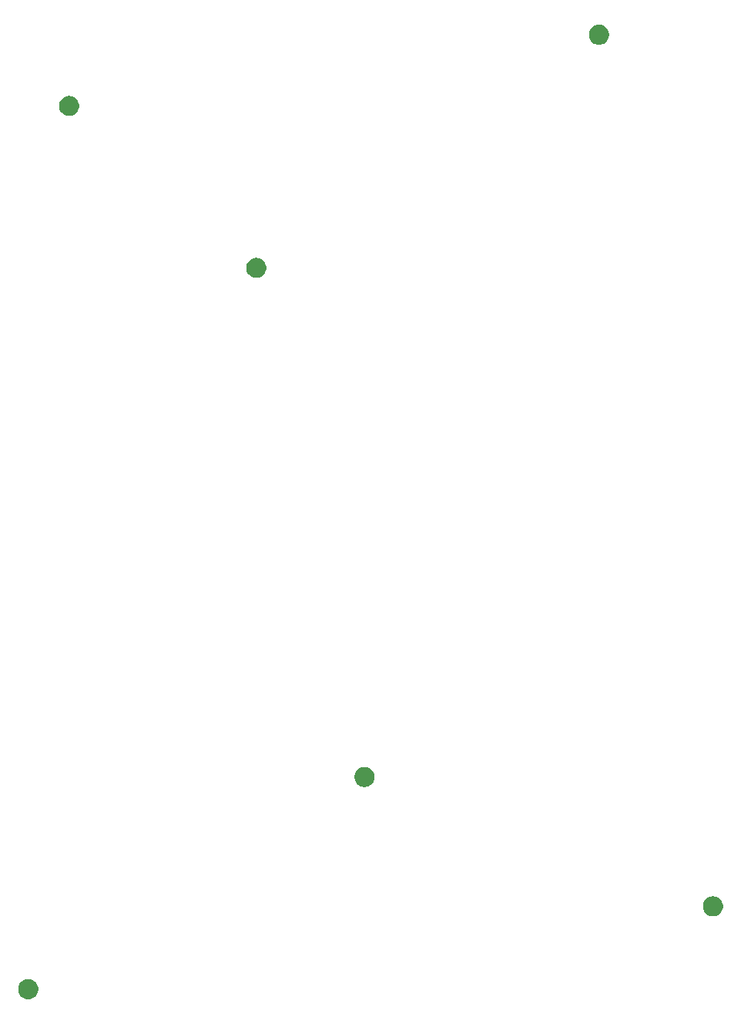
<source format=gts>
G04 #@! TF.GenerationSoftware,KiCad,Pcbnew,(5.1.5-0-10_14)*
G04 #@! TF.CreationDate,2020-05-14T05:38:48+09:00*
G04 #@! TF.ProjectId,N-key-v02,4e2d6b65-792d-4763-9032-2e6b69636164,rev?*
G04 #@! TF.SameCoordinates,Original*
G04 #@! TF.FileFunction,Soldermask,Top*
G04 #@! TF.FilePolarity,Negative*
%FSLAX46Y46*%
G04 Gerber Fmt 4.6, Leading zero omitted, Abs format (unit mm)*
G04 Created by KiCad (PCBNEW (5.1.5-0-10_14)) date 2020-05-14 05:38:48*
%MOMM*%
%LPD*%
G04 APERTURE LIST*
%ADD10C,0.100000*%
G04 APERTURE END LIST*
D10*
G36*
X93704795Y-155080156D02*
G01*
X93811150Y-155101311D01*
X94011520Y-155184307D01*
X94191844Y-155304795D01*
X94345205Y-155458156D01*
X94465693Y-155638480D01*
X94548689Y-155838851D01*
X94591000Y-156051560D01*
X94591000Y-156268440D01*
X94548689Y-156481149D01*
X94465693Y-156681520D01*
X94345205Y-156861844D01*
X94191844Y-157015205D01*
X94011520Y-157135693D01*
X93911334Y-157177191D01*
X93811150Y-157218689D01*
X93704794Y-157239845D01*
X93598440Y-157261000D01*
X93381560Y-157261000D01*
X93275206Y-157239845D01*
X93168850Y-157218689D01*
X93068666Y-157177191D01*
X92968480Y-157135693D01*
X92788156Y-157015205D01*
X92634795Y-156861844D01*
X92514307Y-156681520D01*
X92431311Y-156481149D01*
X92389000Y-156268440D01*
X92389000Y-156051560D01*
X92431311Y-155838851D01*
X92514307Y-155638480D01*
X92634795Y-155458156D01*
X92788156Y-155304795D01*
X92968480Y-155184307D01*
X93168850Y-155101311D01*
X93275205Y-155080156D01*
X93381560Y-155059000D01*
X93598440Y-155059000D01*
X93704795Y-155080156D01*
G37*
G36*
X168974794Y-145980155D02*
G01*
X169081150Y-146001311D01*
X169181334Y-146042809D01*
X169281520Y-146084307D01*
X169461844Y-146204795D01*
X169615205Y-146358156D01*
X169735693Y-146538480D01*
X169818689Y-146738851D01*
X169861000Y-146951560D01*
X169861000Y-147168440D01*
X169818689Y-147381149D01*
X169735693Y-147581520D01*
X169615205Y-147761844D01*
X169461844Y-147915205D01*
X169281520Y-148035693D01*
X169081150Y-148118689D01*
X168974794Y-148139845D01*
X168868440Y-148161000D01*
X168651560Y-148161000D01*
X168545206Y-148139845D01*
X168438850Y-148118689D01*
X168238480Y-148035693D01*
X168058156Y-147915205D01*
X167904795Y-147761844D01*
X167784307Y-147581520D01*
X167701311Y-147381149D01*
X167659000Y-147168440D01*
X167659000Y-146951560D01*
X167701311Y-146738851D01*
X167784307Y-146538480D01*
X167904795Y-146358156D01*
X168058156Y-146204795D01*
X168238480Y-146084307D01*
X168338666Y-146042809D01*
X168438850Y-146001311D01*
X168545206Y-145980155D01*
X168651560Y-145959000D01*
X168868440Y-145959000D01*
X168974794Y-145980155D01*
G37*
G36*
X130674795Y-131780156D02*
G01*
X130781150Y-131801311D01*
X130981520Y-131884307D01*
X131161844Y-132004795D01*
X131315205Y-132158156D01*
X131435693Y-132338480D01*
X131518689Y-132538851D01*
X131561000Y-132751560D01*
X131561000Y-132968440D01*
X131518689Y-133181149D01*
X131435693Y-133381520D01*
X131315205Y-133561844D01*
X131161844Y-133715205D01*
X130981520Y-133835693D01*
X130881334Y-133877191D01*
X130781150Y-133918689D01*
X130674794Y-133939845D01*
X130568440Y-133961000D01*
X130351560Y-133961000D01*
X130245206Y-133939845D01*
X130138850Y-133918689D01*
X130038666Y-133877191D01*
X129938480Y-133835693D01*
X129758156Y-133715205D01*
X129604795Y-133561844D01*
X129484307Y-133381520D01*
X129401311Y-133181149D01*
X129359000Y-132968440D01*
X129359000Y-132751560D01*
X129401311Y-132538851D01*
X129484307Y-132338480D01*
X129604795Y-132158156D01*
X129758156Y-132004795D01*
X129938480Y-131884307D01*
X130138850Y-131801311D01*
X130245205Y-131780156D01*
X130351560Y-131759000D01*
X130568440Y-131759000D01*
X130674795Y-131780156D01*
G37*
G36*
X118794795Y-75880156D02*
G01*
X118901150Y-75901311D01*
X119001334Y-75942809D01*
X119101520Y-75984307D01*
X119281844Y-76104795D01*
X119435205Y-76258156D01*
X119555693Y-76438480D01*
X119638689Y-76638851D01*
X119681000Y-76851560D01*
X119681000Y-77068440D01*
X119638689Y-77281149D01*
X119555693Y-77481520D01*
X119435205Y-77661844D01*
X119281844Y-77815205D01*
X119101520Y-77935693D01*
X118901150Y-78018689D01*
X118794794Y-78039845D01*
X118688440Y-78061000D01*
X118471560Y-78061000D01*
X118365206Y-78039845D01*
X118258850Y-78018689D01*
X118058480Y-77935693D01*
X117878156Y-77815205D01*
X117724795Y-77661844D01*
X117604307Y-77481520D01*
X117521311Y-77281149D01*
X117479000Y-77068440D01*
X117479000Y-76851560D01*
X117521311Y-76638851D01*
X117604307Y-76438480D01*
X117724795Y-76258156D01*
X117878156Y-76104795D01*
X118058480Y-75984307D01*
X118158666Y-75942809D01*
X118258850Y-75901311D01*
X118365205Y-75880156D01*
X118471560Y-75859000D01*
X118688440Y-75859000D01*
X118794795Y-75880156D01*
G37*
G36*
X98224795Y-58100156D02*
G01*
X98331150Y-58121311D01*
X98531520Y-58204307D01*
X98711844Y-58324795D01*
X98865205Y-58478156D01*
X98985693Y-58658480D01*
X99068689Y-58858851D01*
X99111000Y-59071560D01*
X99111000Y-59288440D01*
X99068689Y-59501149D01*
X98985693Y-59701520D01*
X98865205Y-59881844D01*
X98711844Y-60035205D01*
X98531520Y-60155693D01*
X98431334Y-60197191D01*
X98331150Y-60238689D01*
X98224794Y-60259845D01*
X98118440Y-60281000D01*
X97901560Y-60281000D01*
X97795206Y-60259845D01*
X97688850Y-60238689D01*
X97588666Y-60197191D01*
X97488480Y-60155693D01*
X97308156Y-60035205D01*
X97154795Y-59881844D01*
X97034307Y-59701520D01*
X96951311Y-59501149D01*
X96909000Y-59288440D01*
X96909000Y-59071560D01*
X96951311Y-58858851D01*
X97034307Y-58658480D01*
X97154795Y-58478156D01*
X97308156Y-58324795D01*
X97488480Y-58204307D01*
X97688850Y-58121311D01*
X97795205Y-58100156D01*
X97901560Y-58079000D01*
X98118440Y-58079000D01*
X98224795Y-58100156D01*
G37*
G36*
X156444795Y-50280156D02*
G01*
X156551150Y-50301311D01*
X156651334Y-50342809D01*
X156751520Y-50384307D01*
X156931844Y-50504795D01*
X157085205Y-50658156D01*
X157205693Y-50838480D01*
X157288689Y-51038851D01*
X157331000Y-51251560D01*
X157331000Y-51468440D01*
X157288689Y-51681149D01*
X157205693Y-51881520D01*
X157085205Y-52061844D01*
X156931844Y-52215205D01*
X156751520Y-52335693D01*
X156551150Y-52418689D01*
X156444794Y-52439845D01*
X156338440Y-52461000D01*
X156121560Y-52461000D01*
X156015206Y-52439845D01*
X155908850Y-52418689D01*
X155808666Y-52377191D01*
X155708480Y-52335693D01*
X155528156Y-52215205D01*
X155374795Y-52061844D01*
X155254307Y-51881520D01*
X155171311Y-51681149D01*
X155129000Y-51468440D01*
X155129000Y-51251560D01*
X155171311Y-51038851D01*
X155254307Y-50838480D01*
X155374795Y-50658156D01*
X155528156Y-50504795D01*
X155708480Y-50384307D01*
X155808666Y-50342809D01*
X155908850Y-50301311D01*
X156015205Y-50280156D01*
X156121560Y-50259000D01*
X156338440Y-50259000D01*
X156444795Y-50280156D01*
G37*
M02*

</source>
